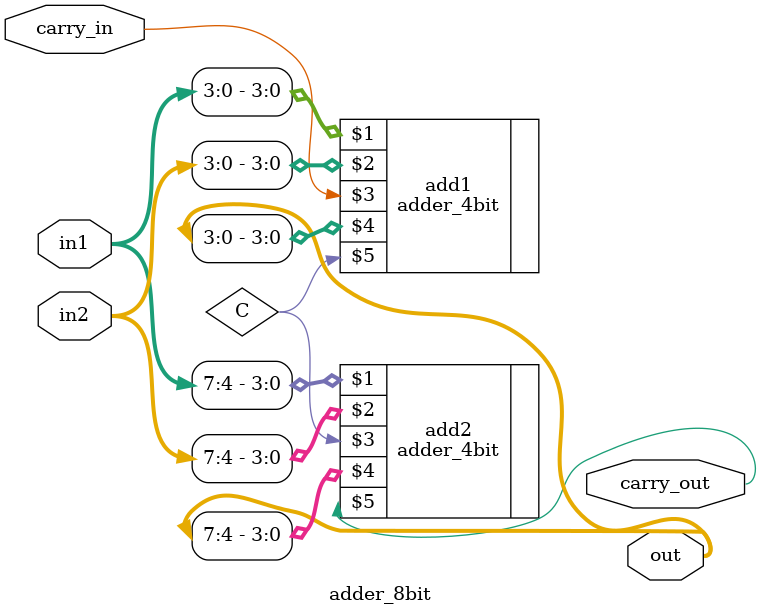
<source format=v>
module adder_8bit(input [7:0] in1, input [7:0] in2, input carry_in, output [7:0] out, output carry_out);
	wire C;
	
	adder_4bit add1(in1[3:0], in2[3:0], carry_in, out[3:0], C);
	adder_4bit add2(in1[7:4], in2[7:4], C, out[7:4], carry_out);
endmodule
</source>
